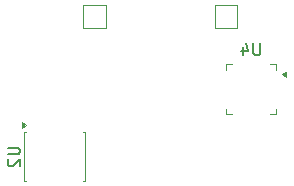
<source format=gbr>
%TF.GenerationSoftware,KiCad,Pcbnew,9.0.6*%
%TF.CreationDate,2026-01-02T14:09:46+01:00*%
%TF.ProjectId,Expansion_Card_Retrofit,45787061-6e73-4696-9f6e-5f436172645f,X1*%
%TF.SameCoordinates,Original*%
%TF.FileFunction,Legend,Bot*%
%TF.FilePolarity,Positive*%
%FSLAX46Y46*%
G04 Gerber Fmt 4.6, Leading zero omitted, Abs format (unit mm)*
G04 Created by KiCad (PCBNEW 9.0.6) date 2026-01-02 14:09:46*
%MOMM*%
%LPD*%
G01*
G04 APERTURE LIST*
%ADD10C,0.150000*%
%ADD11C,0.120000*%
G04 APERTURE END LIST*
D10*
X148461904Y-130574819D02*
X148461904Y-131384342D01*
X148461904Y-131384342D02*
X148414285Y-131479580D01*
X148414285Y-131479580D02*
X148366666Y-131527200D01*
X148366666Y-131527200D02*
X148271428Y-131574819D01*
X148271428Y-131574819D02*
X148080952Y-131574819D01*
X148080952Y-131574819D02*
X147985714Y-131527200D01*
X147985714Y-131527200D02*
X147938095Y-131479580D01*
X147938095Y-131479580D02*
X147890476Y-131384342D01*
X147890476Y-131384342D02*
X147890476Y-130574819D01*
X146985714Y-130908152D02*
X146985714Y-131574819D01*
X147223809Y-130527200D02*
X147461904Y-131241485D01*
X147461904Y-131241485D02*
X146842857Y-131241485D01*
X127104819Y-139388095D02*
X127914342Y-139388095D01*
X127914342Y-139388095D02*
X128009580Y-139435714D01*
X128009580Y-139435714D02*
X128057200Y-139483333D01*
X128057200Y-139483333D02*
X128104819Y-139578571D01*
X128104819Y-139578571D02*
X128104819Y-139769047D01*
X128104819Y-139769047D02*
X128057200Y-139864285D01*
X128057200Y-139864285D02*
X128009580Y-139911904D01*
X128009580Y-139911904D02*
X127914342Y-139959523D01*
X127914342Y-139959523D02*
X127104819Y-139959523D01*
X127200057Y-140388095D02*
X127152438Y-140435714D01*
X127152438Y-140435714D02*
X127104819Y-140530952D01*
X127104819Y-140530952D02*
X127104819Y-140769047D01*
X127104819Y-140769047D02*
X127152438Y-140864285D01*
X127152438Y-140864285D02*
X127200057Y-140911904D01*
X127200057Y-140911904D02*
X127295295Y-140959523D01*
X127295295Y-140959523D02*
X127390533Y-140959523D01*
X127390533Y-140959523D02*
X127533390Y-140911904D01*
X127533390Y-140911904D02*
X128104819Y-140340476D01*
X128104819Y-140340476D02*
X128104819Y-140959523D01*
D11*
%TO.C,U4*%
X149810000Y-132340000D02*
X149335000Y-132340000D01*
X149810000Y-132815000D02*
X149810000Y-132340000D01*
X149810000Y-136560000D02*
X149810000Y-136085000D01*
X149335000Y-136560000D02*
X149810000Y-136560000D01*
X146065000Y-132340000D02*
X145590000Y-132340000D01*
X145590000Y-132340000D02*
X145590000Y-132815000D01*
X145590000Y-136085000D02*
X145590000Y-136560000D01*
X145590000Y-136560000D02*
X146065000Y-136560000D01*
X150670000Y-133440000D02*
X150340000Y-133200000D01*
X150670000Y-132960000D01*
X150670000Y-133440000D01*
G36*
X150670000Y-133440000D02*
G01*
X150340000Y-133200000D01*
X150670000Y-132960000D01*
X150670000Y-133440000D01*
G37*
%TO.C,TP2*%
X133500000Y-127350000D02*
X133500000Y-129250000D01*
X133500000Y-129250000D02*
X135400000Y-129250000D01*
X135400000Y-127350000D02*
X133500000Y-127350000D01*
X135400000Y-129250000D02*
X135400000Y-127350000D01*
%TO.C,TP4*%
X144600000Y-127350000D02*
X144600000Y-129250000D01*
X144600000Y-129250000D02*
X146500000Y-129250000D01*
X146500000Y-127350000D02*
X144600000Y-127350000D01*
X146500000Y-129250000D02*
X146500000Y-127350000D01*
%TO.C,U2*%
X128490000Y-138090000D02*
X128490000Y-142210000D01*
X128490000Y-142210000D02*
X128610000Y-142210000D01*
X128610000Y-138090000D02*
X128490000Y-138090000D01*
X133490000Y-142210000D02*
X133610000Y-142210000D01*
X133610000Y-138090000D02*
X133490000Y-138090000D01*
X133610000Y-142210000D02*
X133610000Y-138090000D01*
X128600000Y-137490000D02*
X128270000Y-137730000D01*
X128270000Y-137250000D01*
X128600000Y-137490000D01*
G36*
X128600000Y-137490000D02*
G01*
X128270000Y-137730000D01*
X128270000Y-137250000D01*
X128600000Y-137490000D01*
G37*
%TD*%
M02*

</source>
